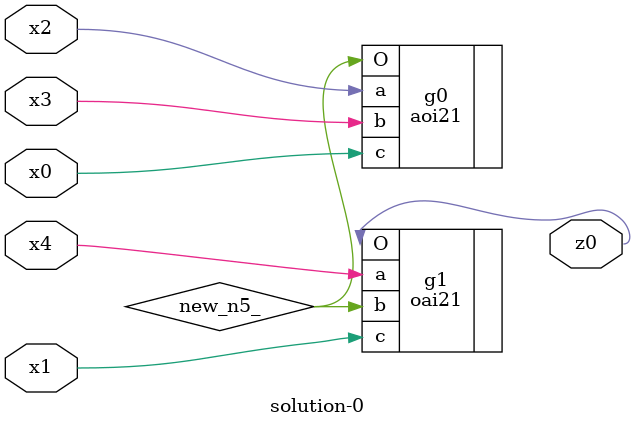
<source format=v>
module \solution-0 (
  x0, x1, x2, x3, x4,
  z0 );
  input x0, x1, x2, x3, x4;
  output z0;
  wire new_n5_;
  aoi21  g0(.a(x2), .b(x3), .c(x0), .O(new_n5_));
  oai21  g1(.a(x4), .b(new_n5_), .c(x1), .O(z0));
endmodule

</source>
